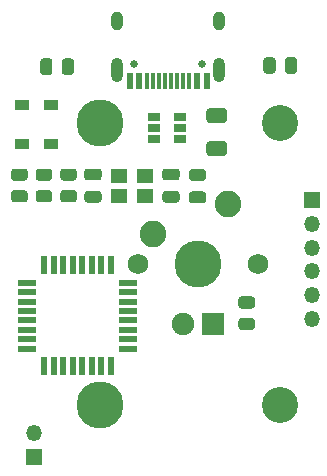
<source format=gbr>
%TF.GenerationSoftware,KiCad,Pcbnew,(5.1.10)-1*%
%TF.CreationDate,2021-09-22T13:41:13+02:00*%
%TF.ProjectId,iso,69736f2e-6b69-4636-9164-5f7063625858,rev?*%
%TF.SameCoordinates,Original*%
%TF.FileFunction,Soldermask,Bot*%
%TF.FilePolarity,Negative*%
%FSLAX46Y46*%
G04 Gerber Fmt 4.6, Leading zero omitted, Abs format (unit mm)*
G04 Created by KiCad (PCBNEW (5.1.10)-1) date 2021-09-22 13:41:13*
%MOMM*%
%LPD*%
G01*
G04 APERTURE LIST*
%ADD10O,1.350000X1.350000*%
%ADD11R,1.350000X1.350000*%
%ADD12C,3.987800*%
%ADD13C,3.048000*%
%ADD14C,1.750000*%
%ADD15R,1.905000X1.905000*%
%ADD16C,1.905000*%
%ADD17C,2.250000*%
%ADD18R,0.600000X1.450000*%
%ADD19R,0.300000X1.450000*%
%ADD20O,1.000000X2.100000*%
%ADD21C,0.650000*%
%ADD22O,1.000000X1.600000*%
%ADD23R,1.600000X0.550000*%
%ADD24R,0.550000X1.600000*%
%ADD25R,1.200000X0.900000*%
%ADD26R,1.400000X1.200000*%
%ADD27R,1.060000X0.650000*%
G04 APERTURE END LIST*
D10*
%TO.C,J1*%
X167081200Y-88638400D03*
X167081200Y-86638400D03*
X167081200Y-84638400D03*
X167081200Y-82638400D03*
X167081200Y-80638400D03*
D11*
X167081200Y-78638400D03*
%TD*%
D12*
%TO.C,MX1*%
X149174200Y-72085200D03*
X149174200Y-95961200D03*
D13*
X164414200Y-72085200D03*
X164414200Y-95961200D03*
D14*
X162509200Y-84023200D03*
X152349200Y-84023200D03*
D15*
X158699200Y-89103200D03*
D16*
X156159200Y-89103200D03*
D17*
X153619200Y-81483200D03*
D12*
X157429200Y-84023200D03*
D17*
X159969200Y-78943200D03*
%TD*%
D18*
%TO.C,USB1*%
X158190000Y-68510200D03*
X157390000Y-68510200D03*
X152490000Y-68510200D03*
X151690000Y-68510200D03*
X151690000Y-68510200D03*
X152490000Y-68510200D03*
X157390000Y-68510200D03*
X158190000Y-68510200D03*
D19*
X153190000Y-68510200D03*
X153690000Y-68510200D03*
X154190000Y-68510200D03*
X155190000Y-68510200D03*
X155690000Y-68510200D03*
X156190000Y-68510200D03*
X156690000Y-68510200D03*
X154690000Y-68510200D03*
D20*
X159260000Y-67595200D03*
X150620000Y-67595200D03*
D21*
X152050000Y-67065200D03*
D22*
X150620000Y-63415200D03*
D21*
X157830000Y-67065200D03*
D22*
X159260000Y-63415200D03*
%TD*%
D23*
%TO.C,U1*%
X143019200Y-85592000D03*
X143019200Y-86392000D03*
X143019200Y-87192000D03*
X143019200Y-87992000D03*
X143019200Y-88792000D03*
X143019200Y-89592000D03*
X143019200Y-90392000D03*
X143019200Y-91192000D03*
D24*
X144469200Y-92642000D03*
X145269200Y-92642000D03*
X146069200Y-92642000D03*
X146869200Y-92642000D03*
X147669200Y-92642000D03*
X148469200Y-92642000D03*
X149269200Y-92642000D03*
X150069200Y-92642000D03*
D23*
X151519200Y-91192000D03*
X151519200Y-90392000D03*
X151519200Y-89592000D03*
X151519200Y-88792000D03*
X151519200Y-87992000D03*
X151519200Y-87192000D03*
X151519200Y-86392000D03*
X151519200Y-85592000D03*
D24*
X150069200Y-84142000D03*
X149269200Y-84142000D03*
X148469200Y-84142000D03*
X147669200Y-84142000D03*
X146869200Y-84142000D03*
X146069200Y-84142000D03*
X145269200Y-84142000D03*
X144469200Y-84142000D03*
%TD*%
%TO.C,R7*%
G36*
G01*
X161144798Y-88586900D02*
X162044802Y-88586900D01*
G75*
G02*
X162294800Y-88836898I0J-249998D01*
G01*
X162294800Y-89361902D01*
G75*
G02*
X162044802Y-89611900I-249998J0D01*
G01*
X161144798Y-89611900D01*
G75*
G02*
X160894800Y-89361902I0J249998D01*
G01*
X160894800Y-88836898D01*
G75*
G02*
X161144798Y-88586900I249998J0D01*
G01*
G37*
G36*
G01*
X161144798Y-86761900D02*
X162044802Y-86761900D01*
G75*
G02*
X162294800Y-87011898I0J-249998D01*
G01*
X162294800Y-87536902D01*
G75*
G02*
X162044802Y-87786900I-249998J0D01*
G01*
X161144798Y-87786900D01*
G75*
G02*
X160894800Y-87536902I0J249998D01*
G01*
X160894800Y-87011898D01*
G75*
G02*
X161144798Y-86761900I249998J0D01*
G01*
G37*
%TD*%
%TO.C,R5*%
G36*
G01*
X144874402Y-76968400D02*
X143974398Y-76968400D01*
G75*
G02*
X143724400Y-76718402I0J249998D01*
G01*
X143724400Y-76193398D01*
G75*
G02*
X143974398Y-75943400I249998J0D01*
G01*
X144874402Y-75943400D01*
G75*
G02*
X145124400Y-76193398I0J-249998D01*
G01*
X145124400Y-76718402D01*
G75*
G02*
X144874402Y-76968400I-249998J0D01*
G01*
G37*
G36*
G01*
X144874402Y-78793400D02*
X143974398Y-78793400D01*
G75*
G02*
X143724400Y-78543402I0J249998D01*
G01*
X143724400Y-78018398D01*
G75*
G02*
X143974398Y-77768400I249998J0D01*
G01*
X144874402Y-77768400D01*
G75*
G02*
X145124400Y-78018398I0J-249998D01*
G01*
X145124400Y-78543402D01*
G75*
G02*
X144874402Y-78793400I-249998J0D01*
G01*
G37*
%TD*%
%TO.C,R4*%
G36*
G01*
X142791602Y-76968400D02*
X141891598Y-76968400D01*
G75*
G02*
X141641600Y-76718402I0J249998D01*
G01*
X141641600Y-76193398D01*
G75*
G02*
X141891598Y-75943400I249998J0D01*
G01*
X142791602Y-75943400D01*
G75*
G02*
X143041600Y-76193398I0J-249998D01*
G01*
X143041600Y-76718402D01*
G75*
G02*
X142791602Y-76968400I-249998J0D01*
G01*
G37*
G36*
G01*
X142791602Y-78793400D02*
X141891598Y-78793400D01*
G75*
G02*
X141641600Y-78543402I0J249998D01*
G01*
X141641600Y-78018398D01*
G75*
G02*
X141891598Y-77768400I249998J0D01*
G01*
X142791602Y-77768400D01*
G75*
G02*
X143041600Y-78018398I0J-249998D01*
G01*
X143041600Y-78543402D01*
G75*
G02*
X142791602Y-78793400I-249998J0D01*
G01*
G37*
%TD*%
%TO.C,R3*%
G36*
G01*
X146057198Y-77768400D02*
X146957202Y-77768400D01*
G75*
G02*
X147207200Y-78018398I0J-249998D01*
G01*
X147207200Y-78543402D01*
G75*
G02*
X146957202Y-78793400I-249998J0D01*
G01*
X146057198Y-78793400D01*
G75*
G02*
X145807200Y-78543402I0J249998D01*
G01*
X145807200Y-78018398D01*
G75*
G02*
X146057198Y-77768400I249998J0D01*
G01*
G37*
G36*
G01*
X146057198Y-75943400D02*
X146957202Y-75943400D01*
G75*
G02*
X147207200Y-76193398I0J-249998D01*
G01*
X147207200Y-76718402D01*
G75*
G02*
X146957202Y-76968400I-249998J0D01*
G01*
X146057198Y-76968400D01*
G75*
G02*
X145807200Y-76718402I0J249998D01*
G01*
X145807200Y-76193398D01*
G75*
G02*
X146057198Y-75943400I249998J0D01*
G01*
G37*
%TD*%
%TO.C,R2*%
G36*
G01*
X164039600Y-66758398D02*
X164039600Y-67658402D01*
G75*
G02*
X163789602Y-67908400I-249998J0D01*
G01*
X163264598Y-67908400D01*
G75*
G02*
X163014600Y-67658402I0J249998D01*
G01*
X163014600Y-66758398D01*
G75*
G02*
X163264598Y-66508400I249998J0D01*
G01*
X163789602Y-66508400D01*
G75*
G02*
X164039600Y-66758398I0J-249998D01*
G01*
G37*
G36*
G01*
X165864600Y-66758398D02*
X165864600Y-67658402D01*
G75*
G02*
X165614602Y-67908400I-249998J0D01*
G01*
X165089598Y-67908400D01*
G75*
G02*
X164839600Y-67658402I0J249998D01*
G01*
X164839600Y-66758398D01*
G75*
G02*
X165089598Y-66508400I249998J0D01*
G01*
X165614602Y-66508400D01*
G75*
G02*
X165864600Y-66758398I0J-249998D01*
G01*
G37*
%TD*%
%TO.C,R1*%
G36*
G01*
X145942000Y-67760002D02*
X145942000Y-66859998D01*
G75*
G02*
X146191998Y-66610000I249998J0D01*
G01*
X146717002Y-66610000D01*
G75*
G02*
X146967000Y-66859998I0J-249998D01*
G01*
X146967000Y-67760002D01*
G75*
G02*
X146717002Y-68010000I-249998J0D01*
G01*
X146191998Y-68010000D01*
G75*
G02*
X145942000Y-67760002I0J249998D01*
G01*
G37*
G36*
G01*
X144117000Y-67760002D02*
X144117000Y-66859998D01*
G75*
G02*
X144366998Y-66610000I249998J0D01*
G01*
X144892002Y-66610000D01*
G75*
G02*
X145142000Y-66859998I0J-249998D01*
G01*
X145142000Y-67760002D01*
G75*
G02*
X144892002Y-68010000I-249998J0D01*
G01*
X144366998Y-68010000D01*
G75*
G02*
X144117000Y-67760002I0J249998D01*
G01*
G37*
%TD*%
D25*
%TO.C,D2*%
X145034000Y-70536800D03*
X145034000Y-73836800D03*
%TD*%
%TO.C,D1*%
X142544800Y-70536800D03*
X142544800Y-73836800D03*
%TD*%
D10*
%TO.C,BOOT*%
X143560800Y-98330000D03*
D11*
X143560800Y-100330000D03*
%TD*%
D26*
%TO.C,X1*%
X152977122Y-76533279D03*
X150777122Y-76533279D03*
X150777122Y-78233279D03*
X152977122Y-78233279D03*
%TD*%
D27*
%TO.C,U2*%
X155938400Y-72491600D03*
X155938400Y-73441600D03*
X155938400Y-71541600D03*
X153738400Y-71541600D03*
X153738400Y-72491600D03*
X153738400Y-73441600D03*
%TD*%
%TO.C,F1*%
G36*
G01*
X159679800Y-72072200D02*
X158429800Y-72072200D01*
G75*
G02*
X158179800Y-71822200I0J250000D01*
G01*
X158179800Y-71072200D01*
G75*
G02*
X158429800Y-70822200I250000J0D01*
G01*
X159679800Y-70822200D01*
G75*
G02*
X159929800Y-71072200I0J-250000D01*
G01*
X159929800Y-71822200D01*
G75*
G02*
X159679800Y-72072200I-250000J0D01*
G01*
G37*
G36*
G01*
X159679800Y-74872200D02*
X158429800Y-74872200D01*
G75*
G02*
X158179800Y-74622200I0J250000D01*
G01*
X158179800Y-73872200D01*
G75*
G02*
X158429800Y-73622200I250000J0D01*
G01*
X159679800Y-73622200D01*
G75*
G02*
X159929800Y-73872200I0J-250000D01*
G01*
X159929800Y-74622200D01*
G75*
G02*
X159679800Y-74872200I-250000J0D01*
G01*
G37*
%TD*%
%TO.C,C8*%
G36*
G01*
X148100121Y-77833279D02*
X149050121Y-77833279D01*
G75*
G02*
X149300121Y-78083279I0J-250000D01*
G01*
X149300121Y-78583279D01*
G75*
G02*
X149050121Y-78833279I-250000J0D01*
G01*
X148100121Y-78833279D01*
G75*
G02*
X147850121Y-78583279I0J250000D01*
G01*
X147850121Y-78083279D01*
G75*
G02*
X148100121Y-77833279I250000J0D01*
G01*
G37*
G36*
G01*
X148100121Y-75933279D02*
X149050121Y-75933279D01*
G75*
G02*
X149300121Y-76183279I0J-250000D01*
G01*
X149300121Y-76683279D01*
G75*
G02*
X149050121Y-76933279I-250000J0D01*
G01*
X148100121Y-76933279D01*
G75*
G02*
X147850121Y-76683279I0J250000D01*
G01*
X147850121Y-76183279D01*
G75*
G02*
X148100121Y-75933279I250000J0D01*
G01*
G37*
%TD*%
%TO.C,C7*%
G36*
G01*
X155654121Y-76933279D02*
X154704121Y-76933279D01*
G75*
G02*
X154454121Y-76683279I0J250000D01*
G01*
X154454121Y-76183279D01*
G75*
G02*
X154704121Y-75933279I250000J0D01*
G01*
X155654121Y-75933279D01*
G75*
G02*
X155904121Y-76183279I0J-250000D01*
G01*
X155904121Y-76683279D01*
G75*
G02*
X155654121Y-76933279I-250000J0D01*
G01*
G37*
G36*
G01*
X155654121Y-78833279D02*
X154704121Y-78833279D01*
G75*
G02*
X154454121Y-78583279I0J250000D01*
G01*
X154454121Y-78083279D01*
G75*
G02*
X154704121Y-77833279I250000J0D01*
G01*
X155654121Y-77833279D01*
G75*
G02*
X155904121Y-78083279I0J-250000D01*
G01*
X155904121Y-78583279D01*
G75*
G02*
X155654121Y-78833279I-250000J0D01*
G01*
G37*
%TD*%
%TO.C,C1*%
G36*
G01*
X157904200Y-76969200D02*
X156954200Y-76969200D01*
G75*
G02*
X156704200Y-76719200I0J250000D01*
G01*
X156704200Y-76219200D01*
G75*
G02*
X156954200Y-75969200I250000J0D01*
G01*
X157904200Y-75969200D01*
G75*
G02*
X158154200Y-76219200I0J-250000D01*
G01*
X158154200Y-76719200D01*
G75*
G02*
X157904200Y-76969200I-250000J0D01*
G01*
G37*
G36*
G01*
X157904200Y-78869200D02*
X156954200Y-78869200D01*
G75*
G02*
X156704200Y-78619200I0J250000D01*
G01*
X156704200Y-78119200D01*
G75*
G02*
X156954200Y-77869200I250000J0D01*
G01*
X157904200Y-77869200D01*
G75*
G02*
X158154200Y-78119200I0J-250000D01*
G01*
X158154200Y-78619200D01*
G75*
G02*
X157904200Y-78869200I-250000J0D01*
G01*
G37*
%TD*%
M02*

</source>
